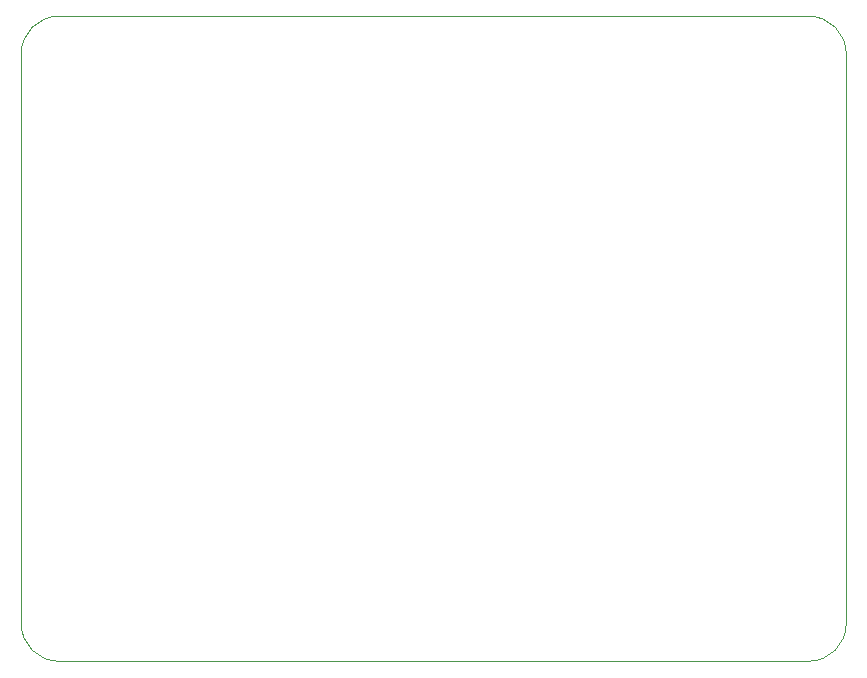
<source format=gbr>
%TF.GenerationSoftware,KiCad,Pcbnew,7.0.2*%
%TF.CreationDate,2024-03-01T12:34:03+01:00*%
%TF.ProjectId,piec_oszust,70696563-5f6f-4737-9a75-73742e6b6963,rev?*%
%TF.SameCoordinates,Original*%
%TF.FileFunction,Profile,NP*%
%FSLAX46Y46*%
G04 Gerber Fmt 4.6, Leading zero omitted, Abs format (unit mm)*
G04 Created by KiCad (PCBNEW 7.0.2) date 2024-03-01 12:34:03*
%MOMM*%
%LPD*%
G01*
G04 APERTURE LIST*
%TA.AperFunction,Profile*%
%ADD10C,0.100000*%
%TD*%
G04 APERTURE END LIST*
D10*
X31115000Y-48895000D02*
X31115000Y-97155000D01*
X97790000Y-45720000D02*
X34290000Y-45720000D01*
X100965000Y-97155000D02*
X100965000Y-48895000D01*
X34290000Y-100330000D02*
X97790000Y-100330000D01*
X31115000Y-97155000D02*
G75*
G03*
X34290000Y-100330000I3175000J0D01*
G01*
X97790000Y-100330000D02*
G75*
G03*
X100965000Y-97155000I0J3175000D01*
G01*
X100965000Y-48895000D02*
G75*
G03*
X97790000Y-45720000I-3175000J0D01*
G01*
X34290000Y-45720000D02*
G75*
G03*
X31115000Y-48895000I0J-3175000D01*
G01*
M02*

</source>
